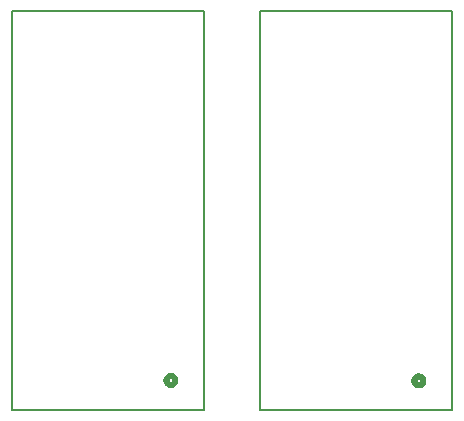
<source format=gbo>
G04 EAGLE Gerber RS-274X export*
G75*
%MOMM*%
%FSLAX34Y34*%
%LPD*%
%INBottom Silkscreen*%
%IPPOS*%
%AMOC8*
5,1,8,0,0,1.08239X$1,22.5*%
G01*
%ADD10C,0.152400*%
%ADD11C,0.508000*%


D10*
X651440Y730878D02*
X651440Y393312D01*
X488880Y393312D01*
X488880Y730878D01*
X651440Y730878D01*
D11*
X623500Y421760D02*
X623622Y421758D01*
X623744Y421752D01*
X623866Y421742D01*
X623987Y421729D01*
X624108Y421711D01*
X624228Y421690D01*
X624348Y421664D01*
X624466Y421635D01*
X624584Y421603D01*
X624701Y421566D01*
X624816Y421526D01*
X624930Y421482D01*
X625042Y421434D01*
X625153Y421383D01*
X625262Y421328D01*
X625370Y421270D01*
X625475Y421208D01*
X625578Y421143D01*
X625680Y421075D01*
X625779Y421003D01*
X625875Y420929D01*
X625970Y420851D01*
X626061Y420770D01*
X626151Y420687D01*
X626237Y420601D01*
X626320Y420511D01*
X626401Y420420D01*
X626479Y420325D01*
X626553Y420229D01*
X626625Y420130D01*
X626693Y420028D01*
X626758Y419925D01*
X626820Y419820D01*
X626878Y419712D01*
X626933Y419603D01*
X626984Y419492D01*
X627032Y419380D01*
X627076Y419266D01*
X627116Y419151D01*
X627153Y419034D01*
X627185Y418916D01*
X627214Y418798D01*
X627240Y418678D01*
X627261Y418558D01*
X627279Y418437D01*
X627292Y418316D01*
X627302Y418194D01*
X627308Y418072D01*
X627310Y417950D01*
X627308Y417828D01*
X627302Y417706D01*
X627292Y417584D01*
X627279Y417463D01*
X627261Y417342D01*
X627240Y417222D01*
X627214Y417102D01*
X627185Y416984D01*
X627153Y416866D01*
X627116Y416749D01*
X627076Y416634D01*
X627032Y416520D01*
X626984Y416408D01*
X626933Y416297D01*
X626878Y416188D01*
X626820Y416080D01*
X626758Y415975D01*
X626693Y415872D01*
X626625Y415770D01*
X626553Y415671D01*
X626479Y415575D01*
X626401Y415480D01*
X626320Y415389D01*
X626237Y415299D01*
X626151Y415213D01*
X626061Y415130D01*
X625970Y415049D01*
X625875Y414971D01*
X625779Y414897D01*
X625680Y414825D01*
X625578Y414757D01*
X625475Y414692D01*
X625370Y414630D01*
X625262Y414572D01*
X625153Y414517D01*
X625042Y414466D01*
X624930Y414418D01*
X624816Y414374D01*
X624701Y414334D01*
X624584Y414297D01*
X624466Y414265D01*
X624348Y414236D01*
X624228Y414210D01*
X624108Y414189D01*
X623987Y414171D01*
X623866Y414158D01*
X623744Y414148D01*
X623622Y414142D01*
X623500Y414140D01*
X623378Y414142D01*
X623256Y414148D01*
X623134Y414158D01*
X623013Y414171D01*
X622892Y414189D01*
X622772Y414210D01*
X622652Y414236D01*
X622534Y414265D01*
X622416Y414297D01*
X622299Y414334D01*
X622184Y414374D01*
X622070Y414418D01*
X621958Y414466D01*
X621847Y414517D01*
X621738Y414572D01*
X621630Y414630D01*
X621525Y414692D01*
X621422Y414757D01*
X621320Y414825D01*
X621221Y414897D01*
X621125Y414971D01*
X621030Y415049D01*
X620939Y415130D01*
X620849Y415213D01*
X620763Y415299D01*
X620680Y415389D01*
X620599Y415480D01*
X620521Y415575D01*
X620447Y415671D01*
X620375Y415770D01*
X620307Y415872D01*
X620242Y415975D01*
X620180Y416080D01*
X620122Y416188D01*
X620067Y416297D01*
X620016Y416408D01*
X619968Y416520D01*
X619924Y416634D01*
X619884Y416749D01*
X619847Y416866D01*
X619815Y416984D01*
X619786Y417102D01*
X619760Y417222D01*
X619739Y417342D01*
X619721Y417463D01*
X619708Y417584D01*
X619698Y417706D01*
X619692Y417828D01*
X619690Y417950D01*
X619692Y418072D01*
X619698Y418194D01*
X619708Y418316D01*
X619721Y418437D01*
X619739Y418558D01*
X619760Y418678D01*
X619786Y418798D01*
X619815Y418916D01*
X619847Y419034D01*
X619884Y419151D01*
X619924Y419266D01*
X619968Y419380D01*
X620016Y419492D01*
X620067Y419603D01*
X620122Y419712D01*
X620180Y419820D01*
X620242Y419925D01*
X620307Y420028D01*
X620375Y420130D01*
X620447Y420229D01*
X620521Y420325D01*
X620599Y420420D01*
X620680Y420511D01*
X620763Y420601D01*
X620849Y420687D01*
X620939Y420770D01*
X621030Y420851D01*
X621125Y420929D01*
X621221Y421003D01*
X621320Y421075D01*
X621422Y421143D01*
X621525Y421208D01*
X621630Y421270D01*
X621738Y421328D01*
X621847Y421383D01*
X621958Y421434D01*
X622070Y421482D01*
X622184Y421526D01*
X622299Y421566D01*
X622416Y421603D01*
X622534Y421635D01*
X622652Y421664D01*
X622772Y421690D01*
X622892Y421711D01*
X623013Y421729D01*
X623134Y421742D01*
X623256Y421752D01*
X623378Y421758D01*
X623500Y421760D01*
D10*
X441540Y393612D02*
X441540Y731178D01*
X441540Y393612D02*
X278980Y393612D01*
X278980Y731178D01*
X441540Y731178D01*
D11*
X413600Y422060D02*
X413722Y422058D01*
X413844Y422052D01*
X413966Y422042D01*
X414087Y422029D01*
X414208Y422011D01*
X414328Y421990D01*
X414448Y421964D01*
X414566Y421935D01*
X414684Y421903D01*
X414801Y421866D01*
X414916Y421826D01*
X415030Y421782D01*
X415142Y421734D01*
X415253Y421683D01*
X415362Y421628D01*
X415470Y421570D01*
X415575Y421508D01*
X415678Y421443D01*
X415780Y421375D01*
X415879Y421303D01*
X415975Y421229D01*
X416070Y421151D01*
X416161Y421070D01*
X416251Y420987D01*
X416337Y420901D01*
X416420Y420811D01*
X416501Y420720D01*
X416579Y420625D01*
X416653Y420529D01*
X416725Y420430D01*
X416793Y420328D01*
X416858Y420225D01*
X416920Y420120D01*
X416978Y420012D01*
X417033Y419903D01*
X417084Y419792D01*
X417132Y419680D01*
X417176Y419566D01*
X417216Y419451D01*
X417253Y419334D01*
X417285Y419216D01*
X417314Y419098D01*
X417340Y418978D01*
X417361Y418858D01*
X417379Y418737D01*
X417392Y418616D01*
X417402Y418494D01*
X417408Y418372D01*
X417410Y418250D01*
X417408Y418128D01*
X417402Y418006D01*
X417392Y417884D01*
X417379Y417763D01*
X417361Y417642D01*
X417340Y417522D01*
X417314Y417402D01*
X417285Y417284D01*
X417253Y417166D01*
X417216Y417049D01*
X417176Y416934D01*
X417132Y416820D01*
X417084Y416708D01*
X417033Y416597D01*
X416978Y416488D01*
X416920Y416380D01*
X416858Y416275D01*
X416793Y416172D01*
X416725Y416070D01*
X416653Y415971D01*
X416579Y415875D01*
X416501Y415780D01*
X416420Y415689D01*
X416337Y415599D01*
X416251Y415513D01*
X416161Y415430D01*
X416070Y415349D01*
X415975Y415271D01*
X415879Y415197D01*
X415780Y415125D01*
X415678Y415057D01*
X415575Y414992D01*
X415470Y414930D01*
X415362Y414872D01*
X415253Y414817D01*
X415142Y414766D01*
X415030Y414718D01*
X414916Y414674D01*
X414801Y414634D01*
X414684Y414597D01*
X414566Y414565D01*
X414448Y414536D01*
X414328Y414510D01*
X414208Y414489D01*
X414087Y414471D01*
X413966Y414458D01*
X413844Y414448D01*
X413722Y414442D01*
X413600Y414440D01*
X413478Y414442D01*
X413356Y414448D01*
X413234Y414458D01*
X413113Y414471D01*
X412992Y414489D01*
X412872Y414510D01*
X412752Y414536D01*
X412634Y414565D01*
X412516Y414597D01*
X412399Y414634D01*
X412284Y414674D01*
X412170Y414718D01*
X412058Y414766D01*
X411947Y414817D01*
X411838Y414872D01*
X411730Y414930D01*
X411625Y414992D01*
X411522Y415057D01*
X411420Y415125D01*
X411321Y415197D01*
X411225Y415271D01*
X411130Y415349D01*
X411039Y415430D01*
X410949Y415513D01*
X410863Y415599D01*
X410780Y415689D01*
X410699Y415780D01*
X410621Y415875D01*
X410547Y415971D01*
X410475Y416070D01*
X410407Y416172D01*
X410342Y416275D01*
X410280Y416380D01*
X410222Y416488D01*
X410167Y416597D01*
X410116Y416708D01*
X410068Y416820D01*
X410024Y416934D01*
X409984Y417049D01*
X409947Y417166D01*
X409915Y417284D01*
X409886Y417402D01*
X409860Y417522D01*
X409839Y417642D01*
X409821Y417763D01*
X409808Y417884D01*
X409798Y418006D01*
X409792Y418128D01*
X409790Y418250D01*
X409792Y418372D01*
X409798Y418494D01*
X409808Y418616D01*
X409821Y418737D01*
X409839Y418858D01*
X409860Y418978D01*
X409886Y419098D01*
X409915Y419216D01*
X409947Y419334D01*
X409984Y419451D01*
X410024Y419566D01*
X410068Y419680D01*
X410116Y419792D01*
X410167Y419903D01*
X410222Y420012D01*
X410280Y420120D01*
X410342Y420225D01*
X410407Y420328D01*
X410475Y420430D01*
X410547Y420529D01*
X410621Y420625D01*
X410699Y420720D01*
X410780Y420811D01*
X410863Y420901D01*
X410949Y420987D01*
X411039Y421070D01*
X411130Y421151D01*
X411225Y421229D01*
X411321Y421303D01*
X411420Y421375D01*
X411522Y421443D01*
X411625Y421508D01*
X411730Y421570D01*
X411838Y421628D01*
X411947Y421683D01*
X412058Y421734D01*
X412170Y421782D01*
X412284Y421826D01*
X412399Y421866D01*
X412516Y421903D01*
X412634Y421935D01*
X412752Y421964D01*
X412872Y421990D01*
X412992Y422011D01*
X413113Y422029D01*
X413234Y422042D01*
X413356Y422052D01*
X413478Y422058D01*
X413600Y422060D01*
M02*

</source>
